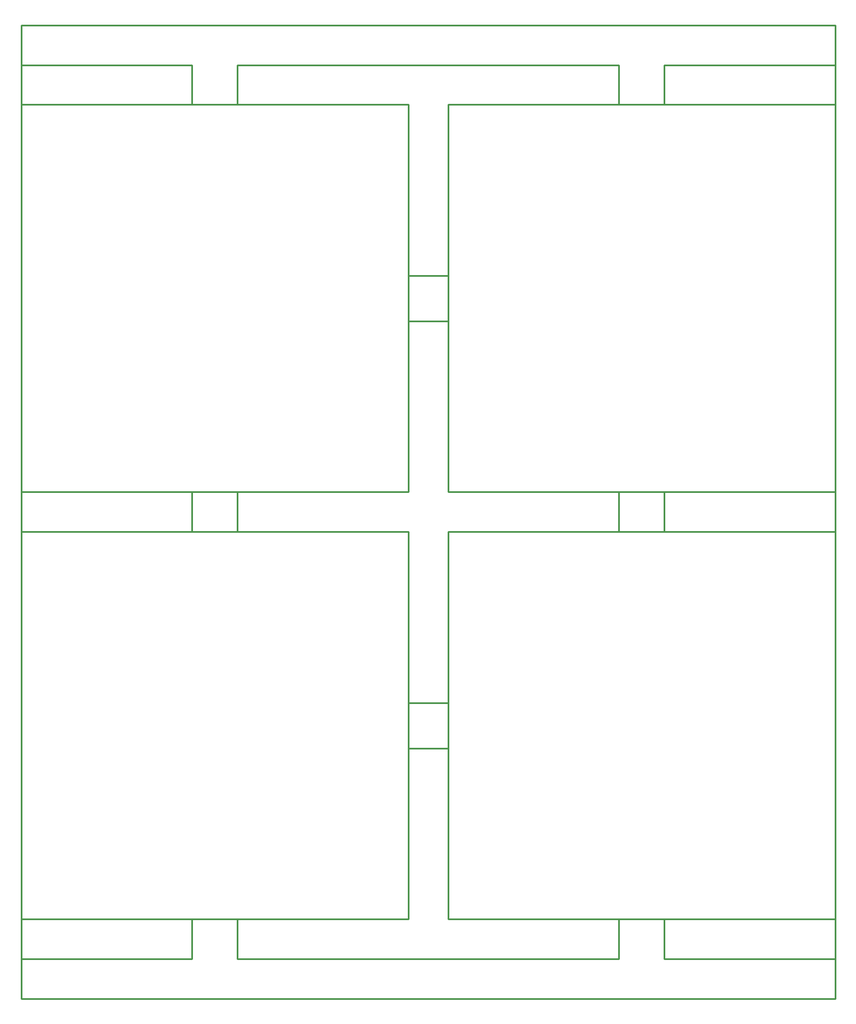
<source format=gko>
G04 Layer: BoardOutlineLayer*
G04 Panelize: Stamp Hole, Column: 2, Row: 2, Board Size: 58.42mm x 58.42mm, Panelized Board Size: 122.84mm x 122.84mm*
G04 EasyEDA v6.5.38, 2023-12-21 15:28:39*
G04 fd97eb0cb9c34c2b97cff67de17a6c99,5a6b42c53f6a479593ecc07194224c93,10*
G04 Gerber Generator version 0.2*
G04 Scale: 100 percent, Rotated: No, Reflected: No *
G04 Dimensions in millimeters *
G04 leading zeros omitted , absolute positions ,4 integer and 5 decimal *
%FSLAX45Y45*%
%MOMM*%

%ADD10C,0.2540*%
D10*
X0Y5842000D02*
G01*
X5842000Y5842000D01*
X5842000Y0D01*
X0Y502D01*
X0Y5842000D01*
X0Y5842000D02*
G01*
X5842000Y5842000D01*
X6441998Y5842000D02*
G01*
X12283998Y5842000D01*
X12283998Y0D01*
X6441998Y502D01*
X6441998Y5842000D01*
X6441998Y5842000D02*
G01*
X12283998Y5842000D01*
X0Y-599998D02*
G01*
X5842000Y-599998D01*
X5842000Y-6441998D01*
X0Y-6441495D01*
X0Y-599998D01*
X0Y-599998D02*
G01*
X5842000Y-599998D01*
X6441998Y-599998D02*
G01*
X12283998Y-599998D01*
X12283998Y-6441998D01*
X6441998Y-6441495D01*
X6441998Y-599998D01*
X6441998Y-599998D02*
G01*
X12283998Y-599998D01*
X0Y7041997D02*
G01*
X12283998Y7041997D01*
X12283998Y-7641996D01*
X0Y-7641996D01*
X0Y7041997D01*
X2578996Y6441998D02*
G01*
X0Y6441998D01*
X2578996Y-7041997D02*
G01*
X0Y-7041997D01*
X9020995Y6441998D02*
G01*
X3263005Y6441998D01*
X9020995Y-7041997D02*
G01*
X3263005Y-7041997D01*
X12283998Y6441998D02*
G01*
X9705004Y6441998D01*
X12283998Y-7041997D02*
G01*
X9705004Y-7041997D01*
X2578996Y-590831D02*
G01*
X2578996Y-8884D01*
X3263005Y-590831D02*
G01*
X3263005Y-8945D01*
X9020995Y-590831D02*
G01*
X9020995Y-8884D01*
X9705004Y-590831D02*
G01*
X9705004Y-8945D01*
X6432831Y3263003D02*
G01*
X5851166Y3263005D01*
X6432831Y2578994D02*
G01*
X5851166Y2578994D01*
X6432831Y-3178995D02*
G01*
X5851166Y-3178992D01*
X6432831Y-3863004D02*
G01*
X5851166Y-3863004D01*
X2578996Y5851166D02*
G01*
X2578996Y6441998D01*
X2578996Y-7041997D02*
G01*
X2578996Y-6450883D01*
X3263005Y5851166D02*
G01*
X3263005Y6441998D01*
X3263005Y-7041997D02*
G01*
X3263005Y-6450944D01*
X9020995Y5851166D02*
G01*
X9020995Y6441998D01*
X9020995Y-7041997D02*
G01*
X9020995Y-6450883D01*
X9705004Y5851166D02*
G01*
X9705004Y6441998D01*
X9705004Y-7041997D02*
G01*
X9705004Y-6450944D01*

%LPD*%
M02*

</source>
